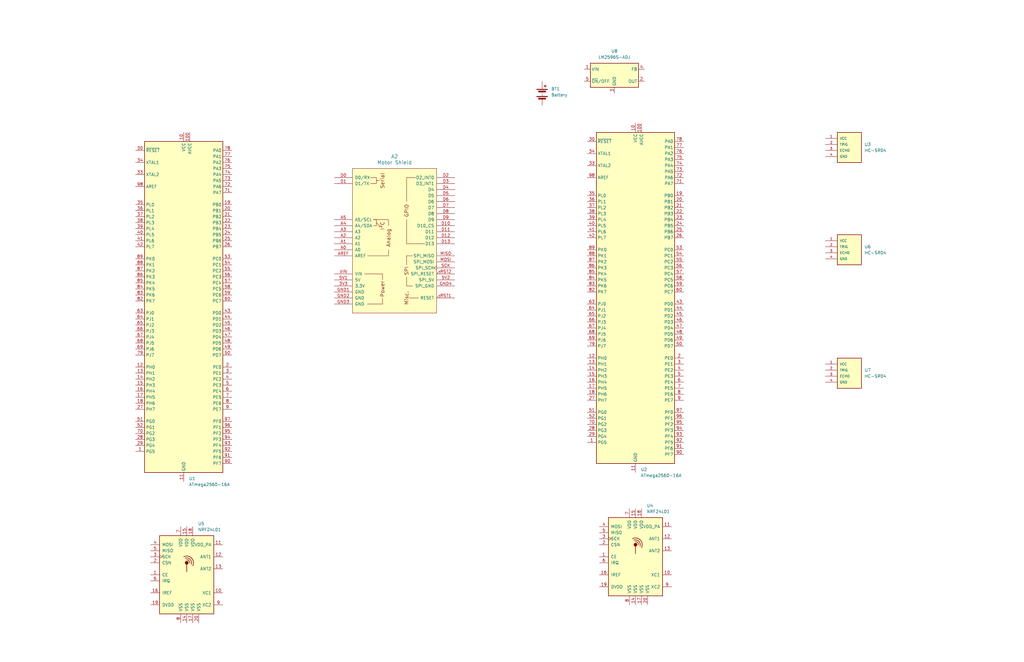
<source format=kicad_sch>
(kicad_sch (version 20230121) (generator eeschema)
  (paper "B")
  (lib_symbols
    (symbol "Device:Battery" (pin_numbers hide) (pin_names (offset 0) hide)
      (property "Reference" "BT" (at 2.54 2.54 0))
      (property "Value" "Battery" (at 2.54 0 0))
      (symbol "Battery_0_1"
        (rectangle (start -2.286 -1.27) (end 2.286 -1.524) (fill (type outline)))
        (rectangle (start -2.286 1.778) (end 2.286 1.524) (fill (type outline)))
        (rectangle (start -1.524 -2.032) (end 1.524 -2.54) (fill (type outline)))
        (rectangle (start -1.524 1.016) (end 1.524 0.508) (fill (type outline)))
        (polyline (pts (xy 0 -1.016) (xy 0 -0.762)))
        (polyline (pts (xy 0 -0.508) (xy 0 -0.254)))
        (polyline (pts (xy 0 0) (xy 0 0.254)))
        (polyline (pts (xy 0 1.778) (xy 0 2.54)))
        (polyline (pts (xy 0.762 3.048) (xy 1.778 3.048)) (stroke (width 0.254)))
        (polyline (pts (xy 1.27 3.556) (xy 1.27 2.54)) (stroke (width 0.254)))
      )
      (symbol "Battery_1_1"
        (pin passive line (at 0 5.08 270) (length 2.54) (name "+") (number "1"))
        (pin passive line (at 0 -5.08 90) (length 2.54) (name "-") (number "2"))
      )
    )
    (symbol "HC-SR04:HC-SR04" (pin_names (offset 1.016))
      (property "Reference" "U" (at 0 5.0813 0))
      (property "Value" "HC-SR04" (at 0 -10.163 0))
      (symbol "HC-SR04_0_0"
        (rectangle (start 0 -7.62) (end 10.16 5.08) (stroke (width 0.254)) (fill (type background)))
        (pin power_in line (at -5.08 2.54 0) (length 5.08) (name "VCC") (number "1"))
        (pin bidirectional line (at -5.08 0 0) (length 5.08) (name "TRIG") (number "2"))
        (pin bidirectional line (at -5.08 -2.54 0) (length 5.08) (name "ECHO") (number "3"))
        (pin power_in line (at -5.08 -5.08 0) (length 5.08) (name "GND") (number "4"))
      )
    )
    (symbol "MCU_Microchip_ATmega:ATmega2560-16A"
      (property "Reference" "U" (at 0 1.27 0))
      (property "Value" "ATmega2560-16A" (at 0 -1.27 0))
      (symbol "ATmega2560-16A_0_1"
        (rectangle (start -16.51 -69.85) (end 16.51 69.85) (stroke (width 0.254)) (fill (type background)))
      )
      (symbol "ATmega2560-16A_1_1"
        (pin bidirectional line (at -20.32 -60.96 0) (length 3.81) (name "PG5") (number "1"))
        (pin power_in line (at 0 73.66 270) (length 3.81) (name "VCC") (number "10"))
        (pin power_in line (at 2.54 73.66 270) (length 3.81) (name "AVCC") (number "100"))
        (pin power_in line (at 0 -73.66 90) (length 3.81) (name "GND") (number "11"))
        (pin bidirectional line (at -20.32 -25.4 0) (length 3.81) (name "PH0") (number "12"))
        (pin bidirectional line (at -20.32 -27.94 0) (length 3.81) (name "PH1") (number "13"))
        (pin bidirectional line (at -20.32 -30.48 0) (length 3.81) (name "PH2") (number "14"))
        (pin bidirectional line (at -20.32 -33.02 0) (length 3.81) (name "PH3") (number "15"))
        (pin bidirectional line (at -20.32 -35.56 0) (length 3.81) (name "PH4") (number "16"))
        (pin bidirectional line (at -20.32 -38.1 0) (length 3.81) (name "PH5") (number "17"))
        (pin bidirectional line (at -20.32 -40.64 0) (length 3.81) (name "PH6") (number "18"))
        (pin bidirectional line (at 20.32 43.18 180) (length 3.81) (name "PB0") (number "19"))
        (pin bidirectional line (at 20.32 -25.4 180) (length 3.81) (name "PE0") (number "2"))
        (pin bidirectional line (at 20.32 40.64 180) (length 3.81) (name "PB1") (number "20"))
        (pin bidirectional line (at 20.32 38.1 180) (length 3.81) (name "PB2") (number "21"))
        (pin bidirectional line (at 20.32 35.56 180) (length 3.81) (name "PB3") (number "22"))
        (pin bidirectional line (at 20.32 33.02 180) (length 3.81) (name "PB4") (number "23"))
        (pin bidirectional line (at 20.32 30.48 180) (length 3.81) (name "PB5") (number "24"))
        (pin bidirectional line (at 20.32 27.94 180) (length 3.81) (name "PB6") (number "25"))
        (pin bidirectional line (at 20.32 25.4 180) (length 3.81) (name "PB7") (number "26"))
        (pin bidirectional line (at -20.32 -43.18 0) (length 3.81) (name "PH7") (number "27"))
        (pin bidirectional line (at -20.32 -55.88 0) (length 3.81) (name "PG3") (number "28"))
        (pin bidirectional line (at -20.32 -58.42 0) (length 3.81) (name "PG4") (number "29"))
        (pin bidirectional line (at 20.32 -27.94 180) (length 3.81) (name "PE1") (number "3"))
        (pin input line (at -20.32 66.04 0) (length 3.81) (name "~{RESET}") (number "30"))
        (pin passive line (at 0 73.66 270) (length 3.81) hide (name "VCC") (number "31"))
        (pin passive line (at 0 -73.66 90) (length 3.81) hide (name "GND") (number "32"))
        (pin output line (at -20.32 55.88 0) (length 3.81) (name "XTAL2") (number "33"))
        (pin input line (at -20.32 60.96 0) (length 3.81) (name "XTAL1") (number "34"))
        (pin bidirectional line (at -20.32 43.18 0) (length 3.81) (name "PL0") (number "35"))
        (pin bidirectional line (at -20.32 40.64 0) (length 3.81) (name "PL1") (number "36"))
        (pin bidirectional line (at -20.32 38.1 0) (length 3.81) (name "PL2") (number "37"))
        (pin bidirectional line (at -20.32 35.56 0) (length 3.81) (name "PL3") (number "38"))
        (pin bidirectional line (at -20.32 33.02 0) (length 3.81) (name "PL4") (number "39"))
        (pin bidirectional line (at 20.32 -30.48 180) (length 3.81) (name "PE2") (number "4"))
        (pin bidirectional line (at -20.32 30.48 0) (length 3.81) (name "PL5") (number "40"))
        (pin bidirectional line (at -20.32 27.94 0) (length 3.81) (name "PL6") (number "41"))
        (pin bidirectional line (at -20.32 25.4 0) (length 3.81) (name "PL7") (number "42"))
        (pin bidirectional line (at 20.32 -2.54 180) (length 3.81) (name "PD0") (number "43"))
        (pin bidirectional line (at 20.32 -5.08 180) (length 3.81) (name "PD1") (number "44"))
        (pin bidirectional line (at 20.32 -7.62 180) (length 3.81) (name "PD2") (number "45"))
        (pin bidirectional line (at 20.32 -10.16 180) (length 3.81) (name "PD3") (number "46"))
        (pin bidirectional line (at 20.32 -12.7 180) (length 3.81) (name "PD4") (number "47"))
        (pin bidirectional line (at 20.32 -15.24 180) (length 3.81) (name "PD5") (number "48"))
        (pin bidirectional line (at 20.32 -17.78 180) (length 3.81) (name "PD6") (number "49"))
        (pin bidirectional line (at 20.32 -33.02 180) (length 3.81) (name "PE3") (number "5"))
        (pin bidirectional line (at 20.32 -20.32 180) (length 3.81) (name "PD7") (number "50"))
        (pin bidirectional line (at -20.32 -48.26 0) (length 3.81) (name "PG0") (number "51"))
        (pin bidirectional line (at -20.32 -50.8 0) (length 3.81) (name "PG1") (number "52"))
        (pin bidirectional line (at 20.32 20.32 180) (length 3.81) (name "PC0") (number "53"))
        (pin bidirectional line (at 20.32 17.78 180) (length 3.81) (name "PC1") (number "54"))
        (pin bidirectional line (at 20.32 15.24 180) (length 3.81) (name "PC2") (number "55"))
        (pin bidirectional line (at 20.32 12.7 180) (length 3.81) (name "PC3") (number "56"))
        (pin bidirectional line (at 20.32 10.16 180) (length 3.81) (name "PC4") (number "57"))
        (pin bidirectional line (at 20.32 7.62 180) (length 3.81) (name "PC5") (number "58"))
        (pin bidirectional line (at 20.32 5.08 180) (length 3.81) (name "PC6") (number "59"))
        (pin bidirectional line (at 20.32 -35.56 180) (length 3.81) (name "PE4") (number "6"))
        (pin bidirectional line (at 20.32 2.54 180) (length 3.81) (name "PC7") (number "60"))
        (pin passive line (at 0 73.66 270) (length 3.81) hide (name "VCC") (number "61"))
        (pin passive line (at 0 -73.66 90) (length 3.81) hide (name "GND") (number "62"))
        (pin bidirectional line (at -20.32 -2.54 0) (length 3.81) (name "PJ0") (number "63"))
        (pin bidirectional line (at -20.32 -5.08 0) (length 3.81) (name "PJ1") (number "64"))
        (pin bidirectional line (at -20.32 -7.62 0) (length 3.81) (name "PJ2") (number "65"))
        (pin bidirectional line (at -20.32 -10.16 0) (length 3.81) (name "PJ3") (number "66"))
        (pin bidirectional line (at -20.32 -12.7 0) (length 3.81) (name "PJ4") (number "67"))
        (pin bidirectional line (at -20.32 -15.24 0) (length 3.81) (name "PJ5") (number "68"))
        (pin bidirectional line (at -20.32 -17.78 0) (length 3.81) (name "PJ6") (number "69"))
        (pin bidirectional line (at 20.32 -38.1 180) (length 3.81) (name "PE5") (number "7"))
        (pin bidirectional line (at -20.32 -53.34 0) (length 3.81) (name "PG2") (number "70"))
        (pin bidirectional line (at 20.32 48.26 180) (length 3.81) (name "PA7") (number "71"))
        (pin bidirectional line (at 20.32 50.8 180) (length 3.81) (name "PA6") (number "72"))
        (pin bidirectional line (at 20.32 53.34 180) (length 3.81) (name "PA5") (number "73"))
        (pin bidirectional line (at 20.32 55.88 180) (length 3.81) (name "PA4") (number "74"))
        (pin bidirectional line (at 20.32 58.42 180) (length 3.81) (name "PA3") (number "75"))
        (pin bidirectional line (at 20.32 60.96 180) (length 3.81) (name "PA2") (number "76"))
        (pin bidirectional line (at 20.32 63.5 180) (length 3.81) (name "PA1") (number "77"))
        (pin bidirectional line (at 20.32 66.04 180) (length 3.81) (name "PA0") (number "78"))
        (pin bidirectional line (at -20.32 -20.32 0) (length 3.81) (name "PJ7") (number "79"))
        (pin bidirectional line (at 20.32 -40.64 180) (length 3.81) (name "PE6") (number "8"))
        (pin passive line (at 0 73.66 270) (length 3.81) hide (name "VCC") (number "80"))
        (pin passive line (at 0 -73.66 90) (length 3.81) hide (name "GND") (number "81"))
        (pin bidirectional line (at -20.32 2.54 0) (length 3.81) (name "PK7") (number "82"))
        (pin bidirectional line (at -20.32 5.08 0) (length 3.81) (name "PK6") (number "83"))
        (pin bidirectional line (at -20.32 7.62 0) (length 3.81) (name "PK5") (number "84"))
        (pin bidirectional line (at -20.32 10.16 0) (length 3.81) (name "PK4") (number "85"))
        (pin bidirectional line (at -20.32 12.7 0) (length 3.81) (name "PK3") (number "86"))
        (pin bidirectional line (at -20.32 15.24 0) (length 3.81) (name "PK2") (number "87"))
        (pin bidirectional line (at -20.32 17.78 0) (length 3.81) (name "PK1") (number "88"))
        (pin bidirectional line (at -20.32 20.32 0) (length 3.81) (name "PK0") (number "89"))
        (pin bidirectional line (at 20.32 -43.18 180) (length 3.81) (name "PE7") (number "9"))
        (pin bidirectional line (at 20.32 -66.04 180) (length 3.81) (name "PF7") (number "90"))
        (pin bidirectional line (at 20.32 -63.5 180) (length 3.81) (name "PF6") (number "91"))
        (pin bidirectional line (at 20.32 -60.96 180) (length 3.81) (name "PF5") (number "92"))
        (pin bidirectional line (at 20.32 -58.42 180) (length 3.81) (name "PF4") (number "93"))
        (pin bidirectional line (at 20.32 -55.88 180) (length 3.81) (name "PF3") (number "94"))
        (pin bidirectional line (at 20.32 -53.34 180) (length 3.81) (name "PF2") (number "95"))
        (pin bidirectional line (at 20.32 -50.8 180) (length 3.81) (name "PF1") (number "96"))
        (pin bidirectional line (at 20.32 -48.26 180) (length 3.81) (name "PF0") (number "97"))
        (pin passive line (at -20.32 50.8 0) (length 3.81) (name "AREF") (number "98"))
        (pin passive line (at 0 -73.66 90) (length 3.81) hide (name "GND") (number "99"))
      )
    )
    (symbol "RF:NRF24L01" (pin_names (offset 1.016))
      (property "Reference" "U" (at -11.43 17.78 0))
      (property "Value" "NRF24L01" (at 5.08 17.78 0))
      (symbol "NRF24L01_0_1"
        (rectangle (start -11.43 16.51) (end 11.43 -16.51) (stroke (width 0.254)) (fill (type background)))
        (polyline (pts (xy 0 4.445) (xy 0 1.27)) (stroke (width 0.254)))
        (circle (center 0 5.08) (radius 0.635) (stroke (width 0.254)) (fill (type outline)))
        (arc (start 1.27 5.08) (mid 0.9071 5.9946) (end 0 6.35) (stroke (width 0.254)))
        (arc (start 1.905 4.445) (mid 1.4313 6.5254) (end -0.635 6.985) (stroke (width 0.254)))
        (arc (start 2.54 3.81) (mid 2.008 7.088) (end -1.27 7.62) (stroke (width 0.254)))
        (rectangle (start 11.43 -13.97) (end 11.43 -13.97))
      )
      (symbol "NRF24L01_1_1"
        (pin input line (at -15.24 0 0) (length 3.81) (name "CE") (number "1"))
        (pin passive line (at 15.24 -7.62 180) (length 3.81) (name "XC1") (number "10"))
        (pin power_out line (at 15.24 12.7 180) (length 3.81) (name "VDD_PA") (number "11"))
        (pin passive line (at 15.24 7.62 180) (length 3.81) (name "ANT1") (number "12"))
        (pin passive line (at 15.24 2.54 180) (length 3.81) (name "ANT2") (number "13"))
        (pin power_in line (at 0 -20.32 90) (length 3.81) (name "VSS") (number "14"))
        (pin power_in line (at 0 20.32 270) (length 3.81) (name "VDD") (number "15"))
        (pin passive line (at -15.24 -7.62 0) (length 3.81) (name "IREF") (number "16"))
        (pin power_in line (at 2.54 -20.32 90) (length 3.81) (name "VSS") (number "17"))
        (pin power_in line (at 2.54 20.32 270) (length 3.81) (name "VDD") (number "18"))
        (pin power_out line (at -15.24 -12.7 0) (length 3.81) (name "DVDD") (number "19"))
        (pin input line (at -15.24 5.08 0) (length 3.81) (name "CSN") (number "2"))
        (pin power_in line (at 5.08 -20.32 90) (length 3.81) (name "VSS") (number "20"))
        (pin input clock (at -15.24 7.62 0) (length 3.81) (name "SCK") (number "3"))
        (pin input line (at -15.24 12.7 0) (length 3.81) (name "MOSI") (number "4"))
        (pin output line (at -15.24 10.16 0) (length 3.81) (name "MISO") (number "5"))
        (pin output line (at -15.24 -2.54 0) (length 3.81) (name "IRQ") (number "6"))
        (pin power_in line (at -2.54 20.32 270) (length 3.81) (name "VDD") (number "7"))
        (pin power_in line (at -2.54 -20.32 90) (length 3.81) (name "VSS") (number "8"))
        (pin passive line (at 15.24 -12.7 180) (length 3.81) (name "XC2") (number "9"))
      )
    )
    (symbol "Regulator_Switching:LM2596S-ADJ"
      (property "Reference" "U" (at -10.16 6.35 0))
      (property "Value" "LM2596S-ADJ" (at 0 6.35 0))
      (symbol "LM2596S-ADJ_0_1"
        (rectangle (start -10.16 5.08) (end 10.16 -5.08) (stroke (width 0.254)) (fill (type background)))
      )
      (symbol "LM2596S-ADJ_1_1"
        (pin power_in line (at -12.7 2.54 0) (length 2.54) (name "VIN") (number "1"))
        (pin output line (at 12.7 -2.54 180) (length 2.54) (name "OUT") (number "2"))
        (pin power_in line (at 0 -7.62 90) (length 2.54) (name "GND") (number "3"))
        (pin input line (at 12.7 2.54 180) (length 2.54) (name "FB") (number "4"))
        (pin input line (at -12.7 -2.54 0) (length 2.54) (name "~{ON}/OFF") (number "5"))
      )
    )
    (symbol "arduino-library:Arduino_Uno_R1_Shield" (pin_names (offset 1.016))
      (property "Reference" "A1" (at 0 35.56 0))
      (property "Value" "Motor Shield" (at 0 33.02 0))
      (symbol "Arduino_Uno_R1_Shield_0_0"
        (rectangle (start -17.78 30.48) (end 17.78 -30.48) (fill (type background)))
        (rectangle (start -12.7 -13.97) (end -5.08 -13.97))
        (rectangle (start -11.43 -26.67) (end -5.08 -26.67))
        (polyline (pts (xy -7.62 7.62) (xy -6.35 6.35)))
        (polyline (pts (xy -7.62 25.4) (xy -6.35 25.4)))
        (polyline (pts (xy -5.08 -26.67) (xy -5.08 -24.13)))
        (polyline (pts (xy -5.08 -15.24) (xy -5.08 -16.51)))
        (polyline (pts (xy -5.08 -13.97) (xy -5.08 -15.24)))
        (polyline (pts (xy -2.54 -3.81) (xy -2.54 -6.35) (xy -11.43 -6.35)))
        (polyline (pts (xy -2.54 6.35) (xy -2.54 8.89) (xy -8.89 8.89)))
        (polyline (pts (xy 5.08 8.89) (xy 5.08 -1.27) (xy 12.7 -1.27)))
        (polyline (pts (xy 5.08 16.51) (xy 5.08 26.67) (xy 8.89 26.67)))
        (polyline (pts (xy -10.16 26.67) (xy -7.62 26.67) (xy -7.62 24.13) (xy -10.16 24.13)))
        (polyline (pts (xy -8.89 8.89) (xy -7.62 8.89) (xy -7.62 6.35) (xy -8.89 6.35)))
        (rectangle (start 5.08 -19.05) (end 5.08 -15.24))
        (rectangle (start 5.08 -19.05) (end 7.62 -19.05))
        (rectangle (start 5.08 -10.16) (end 5.08 -6.35))
        (rectangle (start 6.35 -24.13) (end 10.16 -24.13))
        (rectangle (start 7.62 -6.35) (end 5.08 -6.35))
        (text "Analog" (at -2.54 1.27 900) (effects (font (size 1.524 1.524))))
        (text "I²C" (at -5.08 6.35 900) (effects (font (size 1.524 1.524))))
        (text "Misc." (at 5.08 -24.13 900) (effects (font (size 1.524 1.524))))
        (text "Power" (at -5.08 -20.32 900) (effects (font (size 1.524 1.524))))
        (text "Serial" (at -5.08 25.4 900) (effects (font (size 1.524 1.524))))
        (text "SPI" (at 5.08 -12.7 900) (effects (font (size 1.524 1.524))))
      )
      (symbol "Arduino_Uno_R1_Shield_1_0"
        (text "GPIO" (at 5.08 12.7 900) (effects (font (size 1.524 1.524))))
      )
      (symbol "Arduino_Uno_R1_Shield_1_1"
        (pin power_out line (at -25.4 -19.05 0) (length 7.62) (name "3.3V") (number "3V3"))
        (pin power_in line (at -25.4 -16.51 0) (length 7.62) (name "5V") (number "5V1"))
        (pin power_in line (at 25.4 -16.51 180) (length 7.62) (name "SPI_5V") (number "5V2"))
        (pin bidirectional line (at -25.4 -3.81 0) (length 7.62) (name "A0") (number "A0"))
        (pin bidirectional line (at -25.4 -1.27 0) (length 7.62) (name "A1") (number "A1"))
        (pin bidirectional line (at -25.4 1.27 0) (length 7.62) (name "A2") (number "A2"))
        (pin bidirectional line (at -25.4 3.81 0) (length 7.62) (name "A3") (number "A3"))
        (pin bidirectional line (at -25.4 6.35 0) (length 7.62) (name "A4/SDA") (number "A4"))
        (pin bidirectional line (at -25.4 8.89 0) (length 7.62) (name "A5/SCL") (number "A5"))
        (pin input line (at -25.4 -6.35 0) (length 7.62) (name "AREF") (number "AREF"))
        (pin bidirectional line (at -25.4 26.67 0) (length 7.62) (name "D0/RX") (number "D0"))
        (pin bidirectional line (at -25.4 24.13 0) (length 7.62) (name "D1/TX") (number "D1"))
        (pin bidirectional line (at 25.4 6.35 180) (length 7.62) (name "D10_CS") (number "D10"))
        (pin bidirectional line (at 25.4 3.81 180) (length 7.62) (name "D11") (number "D11"))
        (pin bidirectional line (at 25.4 1.27 180) (length 7.62) (name "D12") (number "D12"))
        (pin bidirectional line (at 25.4 -1.27 180) (length 7.62) (name "D13") (number "D13"))
        (pin bidirectional line (at 25.4 26.67 180) (length 7.62) (name "D2_INT0") (number "D2"))
        (pin bidirectional line (at 25.4 24.13 180) (length 7.62) (name "D3_INT1") (number "D3"))
        (pin bidirectional line (at 25.4 21.59 180) (length 7.62) (name "D4") (number "D4"))
        (pin bidirectional line (at 25.4 19.05 180) (length 7.62) (name "D5") (number "D5"))
        (pin bidirectional line (at 25.4 16.51 180) (length 7.62) (name "D6") (number "D6"))
        (pin bidirectional line (at 25.4 13.97 180) (length 7.62) (name "D7") (number "D7"))
        (pin bidirectional line (at 25.4 11.43 180) (length 7.62) (name "D8") (number "D8"))
        (pin bidirectional line (at 25.4 8.89 180) (length 7.62) (name "D9") (number "D9"))
        (pin power_in line (at -25.4 -21.59 0) (length 7.62) (name "GND") (number "GND1"))
        (pin power_in line (at -25.4 -24.13 0) (length 7.62) (name "GND") (number "GND2"))
        (pin power_in line (at -25.4 -26.67 0) (length 7.62) (name "GND") (number "GND3"))
        (pin power_in line (at 25.4 -19.05 180) (length 7.62) (name "SPI_GND") (number "GND4"))
        (pin input line (at 25.4 -6.35 180) (length 7.62) (name "SPI_MISO") (number "MISO"))
        (pin output line (at 25.4 -8.89 180) (length 7.62) (name "SPI_MOSI") (number "MOSI"))
        (pin open_collector input_low (at 25.4 -24.13 180) (length 7.62) (name "RESET") (number "RST1"))
        (pin open_collector input_low (at 25.4 -13.97 180) (length 7.62) (name "SPI_RESET") (number "RST2"))
        (pin output clock (at 25.4 -11.43 180) (length 7.62) (name "SPI_SCK") (number "SCK"))
        (pin power_in line (at -25.4 -13.97 0) (length 7.62) (name "VIN") (number "VIN"))
      )
    )
  )
  (symbol (lib_id "MCU_Microchip_ATmega:ATmega2560-16A") (at 267.97 125.73 0) (unit 1)
    (property "Reference" "U2" (at 270.1641 198.12 0) (effects (justify left)))
    (property "Value" "ATmega2560-16A" (at 270.1641 200.66 0) (effects (justify left)))
    (property "Footprint" "Package_QFP:TQFP-100_14x14mm_P0.5mm" (effects hide))
    (property "Datasheet" "http://ww1.microchip.com/downloads/en/DeviceDoc/Atmel-2549-8-bit-AVR-Microcontroller-ATmega640-1280-1281-2560-2561_datasheet.pdf" (effects hide))
  )
  (symbol (lib_id "Device:Battery") (at 228.6 39.37 0) (unit 1)
    (property "Reference" "BT1" (at 232.41 37.5285 0) (effects (justify left)))
    (property "Value" "Battery" (at 232.41 40.0685 0) (effects (justify left)))
  )
  (symbol (lib_id "RF:NRF24L01") (at 78.74 242.57 0) (unit 1)
    (property "Reference" "U5" (at 83.4741 220.98 0) (effects (justify left)))
    (property "Value" "NRF24L01" (at 83.4741 223.52 0) (effects (justify left)))
    (property "Footprint" "Package_DFN_QFN:QFN-20-1EP_4x4mm_P0.5mm_EP2.5x2.5mm" (effects hide))
    (property "Datasheet" "http://www.nordicsemi.com/eng/content/download/2730/34105/file/nRF24L01_Product_Specification_v2_0.pdf" (effects hide))
  )
  (symbol (lib_id "HC-SR04:HC-SR04") (at 353.06 104.14 0) (unit 1)
    (property "Reference" "U6" (at 364.49 104.14 0) (effects (justify left)))
    (property "Value" "HC-SR04" (at 364.49 106.68 0) (effects (justify left)))
    (property "Footprint" "HC-SR04:XCVR_HC-SR04" (effects hide))
    (property "SnapEDA_Link" "https://www.snapeda.com/parts/HC-SR04/SparkFun/view-part/?ref=snap" (effects hide))
    (property "Description" "\n                        \n                            HC-SR04 Ultrasonic Sensor Qwiic Platform Evaluation Expansion Board\n                        \n" (effects hide))
    (property "Package" "None" (effects hide))
    (property "Check_prices" "https://www.snapeda.com/parts/HC-SR04/SparkFun/view-part/?ref=eda" (effects hide))
    (property "MF" "SparkFun Electronics" (effects hide))
    (property "MP" "HC-SR04" (effects hide))
    (property "MANUFACTURER" "Osepp" (effects hide))
  )
  (symbol (lib_id "Regulator_Switching:LM2596S-ADJ") (at 259.08 31.75 0) (unit 1)
    (property "Reference" "U8" (at 259.08 21.59 0))
    (property "Value" "LM2596S-ADJ" (at 259.08 24.13 0))
    (property "Footprint" "Package_TO_SOT_SMD:TO-263-5_TabPin3" (effects hide))
    (property "Datasheet" "http://www.ti.com/lit/ds/symlink/lm2596.pdf" (effects hide))
  )
  (symbol (lib_id "HC-SR04:HC-SR04") (at 353.06 60.96 0) (unit 1)
    (property "Reference" "U3" (at 364.49 60.96 0) (effects (justify left)))
    (property "Value" "HC-SR04" (at 364.49 63.5 0) (effects (justify left)))
    (property "Footprint" "HC-SR04:XCVR_HC-SR04" (effects hide))
    (property "SnapEDA_Link" "https://www.snapeda.com/parts/HC-SR04/SparkFun/view-part/?ref=snap" (effects hide))
    (property "Description" "\n                        \n                            HC-SR04 Ultrasonic Sensor Qwiic Platform Evaluation Expansion Board\n                        \n" (effects hide))
    (property "Package" "None" (effects hide))
    (property "Check_prices" "https://www.snapeda.com/parts/HC-SR04/SparkFun/view-part/?ref=eda" (effects hide))
    (property "MF" "SparkFun Electronics" (effects hide))
    (property "MP" "HC-SR04" (effects hide))
    (property "MANUFACTURER" "Osepp" (effects hide))
  )
  (symbol (lib_id "RF:NRF24L01") (at 267.97 234.95 0) (unit 1)
    (property "Reference" "U4" (at 272.7041 213.36 0) (effects (justify left)))
    (property "Value" "NRF24L01" (at 272.7041 215.9 0) (effects (justify left)))
    (property "Footprint" "Package_DFN_QFN:QFN-20-1EP_4x4mm_P0.5mm_EP2.5x2.5mm" (effects hide))
    (property "Datasheet" "http://www.nordicsemi.com/eng/content/download/2730/34105/file/nRF24L01_Product_Specification_v2_0.pdf" (effects hide))
  )
  (symbol (lib_id "arduino-library:Arduino_Uno_R1_Shield") (at 166.37 101.6 0) (unit 1)
    (property "Reference" "A2" (at 166.37 66.04 0) (effects (font (size 1.524 1.524))))
    (property "Value" "Motor Shield" (at 166.37 68.58 0) (effects (font (size 1.524 1.524))))
    (property "Footprint" "PCM_arduino-library:Arduino_Uno_R2_Shield" (effects hide))
    (property "Datasheet" "https://startingelectronics.org/articles/arduino/uno-r3-r2-differences/" (effects hide))
  )
  (symbol (lib_id "MCU_Microchip_ATmega:ATmega2560-16A") (at 77.47 129.54 0) (unit 1)
    (property "Reference" "U1" (at 79.6641 201.93 0) (effects (justify left)))
    (property "Value" "ATmega2560-16A" (at 79.6641 204.47 0) (effects (justify left)))
    (property "Footprint" "Package_QFP:TQFP-100_14x14mm_P0.5mm" (effects hide))
    (property "Datasheet" "http://ww1.microchip.com/downloads/en/DeviceDoc/Atmel-2549-8-bit-AVR-Microcontroller-ATmega640-1280-1281-2560-2561_datasheet.pdf" (effects hide))
  )
  (symbol (lib_id "HC-SR04:HC-SR04") (at 353.06 156.21 0) (unit 1)
    (property "Reference" "U7" (at 364.49 156.21 0) (effects (justify left)))
    (property "Value" "HC-SR04" (at 364.49 158.75 0) (effects (justify left)))
    (property "Footprint" "HC-SR04:XCVR_HC-SR04" (effects hide))
    (property "SnapEDA_Link" "https://www.snapeda.com/parts/HC-SR04/SparkFun/view-part/?ref=snap" (effects hide))
    (property "Description" "\n                        \n                            HC-SR04 Ultrasonic Sensor Qwiic Platform Evaluation Expansion Board\n                        \n" (effects hide))
    (property "Package" "None" (effects hide))
    (property "Check_prices" "https://www.snapeda.com/parts/HC-SR04/SparkFun/view-part/?ref=eda" (effects hide))
    (property "MF" "SparkFun Electronics" (effects hide))
    (property "MP" "HC-SR04" (effects hide))
    (property "MANUFACTURER" "Osepp" (effects hide))
  )
)
</source>
